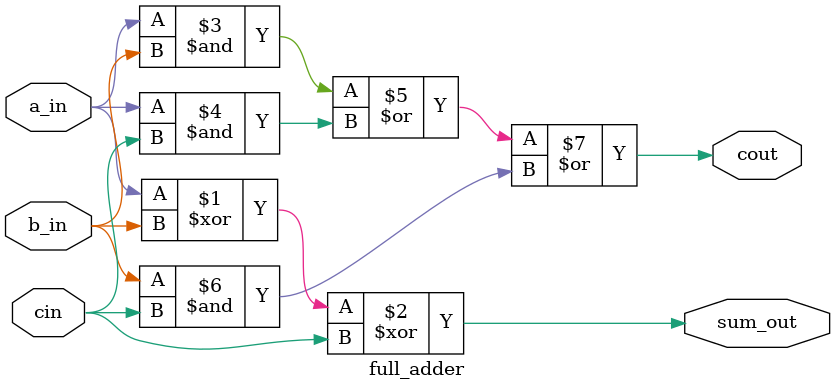
<source format=v>
module Adder_1 (
    input wire [3:0] A,
    input wire [3:0] B,
    output wire [4:0] sum
);

    // Internal wires for the 4-bit sum and the final carry-out from the adder core
    wire [3:0] adder_sum;
    wire adder_cout;

    // Instantiate the 4-bit ripple-carry adder submodule
    ripple_carry_adder_4bit adder_core (
        .A_in(A),
        .B_in(B),
        .sum_out(adder_sum),
        .cout(adder_cout)
    );

    // Concatenate the final carry-out and the 4-bit sum to form the 5-bit output
    assign sum = {adder_cout, adder_sum};

endmodule

//------------------------------------------------------------------------------
// Module: ripple_carry_adder_4bit
// Description: Implements a 4-bit ripple-carry adder using full adders.
// Inputs:
//   A_in: 4-bit input operand A
//   B_in: 4-bit input operand B
// Outputs:
//   sum_out: 4-bit sum output
//   cout: Final carry-out bit
//------------------------------------------------------------------------------
module ripple_carry_adder_4bit (
    input wire [3:0] A_in,
    input wire [3:0] B_in,
    output wire [3:0] sum_out,
    output wire cout
);

    // Internal wires for carries between stages
    wire c [3:0]; // c[0] is carry-out of stage 0, c[1] of stage 1, etc.

    // Stage 0 (LSB) - No carry-in, use 0
    full_adder fa0 (
        .a_in(A_in[0]),
        .b_in(B_in[0]),
        .cin(1'b0), // First stage has no carry-in
        .sum_out(sum_out[0]),
        .cout(c[0])
    );

    // Stage 1
    full_adder fa1 (
        .a_in(A_in[1]),
        .b_in(B_in[1]),
        .cin(c[0]), // Carry from previous stage
        .sum_out(sum_out[1]),
        .cout(c[1])
    );

    // Stage 2
    full_adder fa2 (
        .a_in(A_in[2]),
        .b_in(B_in[2]),
        .cin(c[1]), // Carry from previous stage
        .sum_out(sum_out[2]),
        .cout(c[2])
    );

    // Stage 3 (MSB)
    full_adder fa3 (
        .a_in(A_in[3]),
        .b_in(B_in[3]),
        .cin(c[2]), // Carry from previous stage
        .sum_out(sum_out[3]),
        .cout(c[3])
    );

    // The final carry-out is the carry-out of the MSB stage
    assign cout = c[3];

endmodule

//------------------------------------------------------------------------------
// Module: full_adder
// Description: Implements a single-bit full adder with optimized carry logic.
// Inputs:
//   a_in, b_in: Input bits
//   cin: Carry-in bit
// Outputs:
//   sum_out: Sum bit
//   cout: Carry-out bit
//------------------------------------------------------------------------------
module full_adder (
    input wire a_in,
    input wire b_in,
    input wire cin,
    output wire sum_out,
    output wire cout
);

    // Sum is the XOR of all three inputs (standard and optimal)
    assign sum_out = a_in ^ b_in ^ cin;

    // Carry-out is true if at least two of the three inputs are true
    // Optimized expression: cout = (a_in & b_in) | (a_in & cin) | (b_in & cin)
    assign cout = (a_in & b_in) | (a_in & cin) | (b_in & cin);

endmodule
</source>
